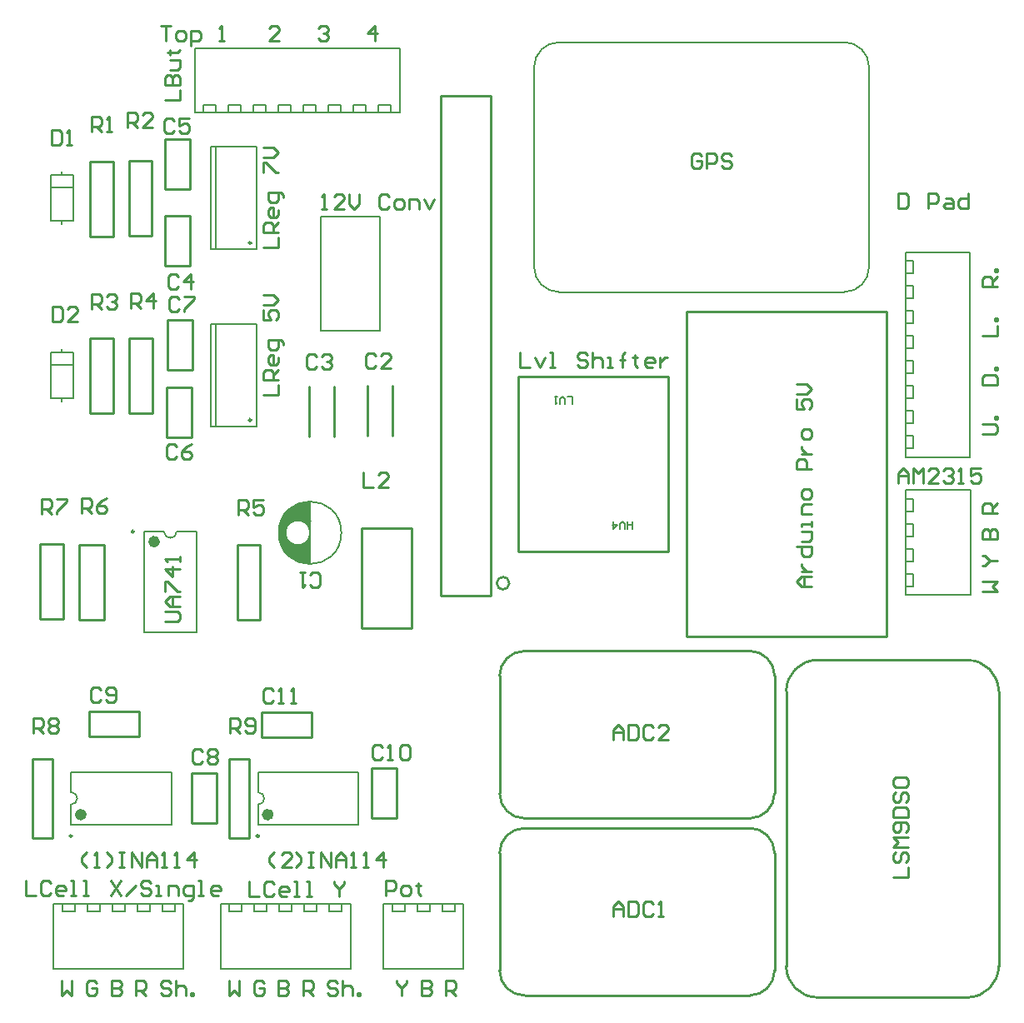
<source format=gto>
G04 Layer_Color=15132400*
%FSLAX44Y44*%
%MOMM*%
G71*
G01*
G75*
%ADD10C,0.2540*%
%ADD37C,0.1524*%
%ADD38C,0.2500*%
%ADD39C,0.2000*%
%ADD40C,0.6350*%
%ADD41C,0.6000*%
%ADD42C,0.1270*%
%ADD43C,0.1600*%
G36*
X552000Y700790D02*
X540570D01*
X530410Y710950D01*
Y714760D01*
X541840D01*
X552000Y724920D01*
Y700790D01*
D02*
G37*
G36*
Y734226D02*
X544380Y741846D01*
Y742700D01*
X541840D01*
X539300Y745240D01*
X530410D01*
Y747780D01*
X540570Y757940D01*
X550730D01*
X552000Y759210D01*
Y734226D01*
D02*
G37*
D10*
X754450Y678700D02*
G03*
X754450Y678700I-6350J0D01*
G01*
X744600Y285080D02*
G03*
X770000Y259680I25400J0D01*
G01*
Y429860D02*
G03*
X744600Y404460I0J-25400D01*
G01*
X1024000D02*
G03*
X998600Y429860I-25400J0D01*
G01*
Y259680D02*
G03*
X1024000Y285080I0J25400D01*
G01*
X744600Y465080D02*
G03*
X770000Y439680I25400J0D01*
G01*
Y609860D02*
G03*
X744600Y584460I0J-25400D01*
G01*
X1024000D02*
G03*
X998600Y609860I-25400J0D01*
G01*
Y439680D02*
G03*
X1024000Y465080I0J25400D01*
G01*
X1251750Y568900D02*
G03*
X1220000Y600650I-31750J0D01*
G01*
X1220000Y257750D02*
G03*
X1251750Y289500I0J31750D01*
G01*
X1035850Y289500D02*
G03*
X1067600Y257750I31750J0D01*
G01*
X1067600Y600650D02*
G03*
X1035850Y568900I0J-31750D01*
G01*
X502900Y522300D02*
X553700D01*
X502900D02*
Y547700D01*
X553700D01*
Y522300D02*
Y547700D01*
X610300Y828600D02*
Y879400D01*
X635700Y828600D02*
Y879400D01*
X684600Y666000D02*
X735400D01*
X684600D02*
Y1174000D01*
X735400D01*
Y666000D02*
Y1174000D01*
X270002Y499998D02*
X290002D01*
X270002D02*
X290002D01*
X270002Y419998D02*
Y499998D01*
X290002Y419998D02*
Y499998D01*
X270002Y419998D02*
X290002D01*
X328570Y1031100D02*
Y1107300D01*
X352003D01*
Y1031100D02*
Y1107300D01*
X328570Y1031100D02*
X352003D01*
X391430Y1031900D02*
Y1108100D01*
X367997Y1031900D02*
X391430D01*
X367997D02*
Y1108100D01*
X391430D01*
X328570Y851100D02*
Y927300D01*
X352003D01*
Y851100D02*
Y927300D01*
X328570Y851100D02*
X352003D01*
X368570Y851900D02*
X392003D01*
Y928100D01*
X368570D02*
X392003D01*
X368570Y851900D02*
Y928100D01*
X501430Y641900D02*
Y718100D01*
X477997Y641900D02*
X501430D01*
X477997D02*
Y718100D01*
X501430D01*
X470002Y499998D02*
X490002D01*
X470002D02*
X490002D01*
X470002Y419998D02*
Y499998D01*
X490002Y419998D02*
Y499998D01*
X470002Y419998D02*
X490002D01*
X301430Y642700D02*
Y718900D01*
X277997Y642700D02*
X301430D01*
X277997D02*
Y718900D01*
X301430D01*
X763800Y711100D02*
X916200D01*
Y888900D01*
X763800Y711100D02*
Y888900D01*
X916200D01*
X655400Y633000D02*
Y734600D01*
X604600D02*
X655400D01*
X604600Y633000D02*
Y734600D01*
Y633000D02*
X655400D01*
X407300Y895300D02*
X432700D01*
Y946100D01*
X407300D02*
X432700D01*
X407300Y895300D02*
Y946100D01*
X431300Y435300D02*
X456700D01*
Y486100D01*
X431300D02*
X456700D01*
X431300Y435300D02*
Y486100D01*
X378700Y523300D02*
Y548700D01*
X327900D02*
X378700D01*
X327900Y523300D02*
Y548700D01*
Y523300D02*
X378700D01*
X614300Y490700D02*
X639700D01*
X614300Y439900D02*
Y490700D01*
Y439900D02*
X639700D01*
Y490700D01*
X404300Y1079300D02*
X429700D01*
Y1130100D01*
X404300D02*
X429700D01*
X404300Y1079300D02*
Y1130100D01*
X406300Y827300D02*
X431700D01*
Y878100D01*
X406300D02*
X431700D01*
X406300Y827300D02*
Y878100D01*
X317300Y641100D02*
X342700D01*
X317300D02*
Y717300D01*
X342700D01*
Y641100D02*
Y717300D01*
X934600Y624600D02*
X1137800D01*
X934600D02*
Y954800D01*
X1137800D01*
Y624600D02*
Y954800D01*
X744600Y285080D02*
Y404460D01*
X770000Y429860D02*
X998600D01*
X1024000Y285080D02*
Y404460D01*
X770000Y259680D02*
X998600D01*
X744600Y465080D02*
Y584460D01*
X770000Y609860D02*
X998600D01*
X1024000Y465080D02*
Y584460D01*
X770000Y439680D02*
X998600D01*
X1035850Y289500D02*
Y568900D01*
X1067600Y600650D02*
X1220000D01*
X1067600Y257750D02*
X1220000D01*
X1251750Y289500D02*
Y568900D01*
X551300Y827600D02*
Y878400D01*
X576700Y827600D02*
Y878400D01*
X404300Y1001300D02*
X429700D01*
Y1052100D01*
X404300D02*
X429700D01*
X404300Y1001300D02*
Y1052100D01*
X559017Y908812D02*
X556478Y911351D01*
X551399D01*
X548860Y908812D01*
Y898655D01*
X551399Y896116D01*
X556478D01*
X559017Y898655D01*
X564095Y908812D02*
X566634Y911351D01*
X571713D01*
X574252Y908812D01*
Y906273D01*
X571713Y903734D01*
X569173D01*
X571713D01*
X574252Y901194D01*
Y898655D01*
X571713Y896116D01*
X566634D01*
X564095Y898655D01*
X564000Y1059000D02*
X569078D01*
X566539D01*
Y1074235D01*
X564000Y1071696D01*
X586853Y1059000D02*
X576696D01*
X586853Y1069157D01*
Y1071696D01*
X584313Y1074235D01*
X579235D01*
X576696Y1071696D01*
X591931Y1074235D02*
Y1064078D01*
X597009Y1059000D01*
X602088Y1064078D01*
Y1074235D01*
X632558Y1071696D02*
X630019Y1074235D01*
X624940D01*
X622401Y1071696D01*
Y1061539D01*
X624940Y1059000D01*
X630019D01*
X632558Y1061539D01*
X640175Y1059000D02*
X645254D01*
X647793Y1061539D01*
Y1066618D01*
X645254Y1069157D01*
X640175D01*
X637636Y1066618D01*
Y1061539D01*
X640175Y1059000D01*
X652871D02*
Y1069157D01*
X660489D01*
X663028Y1066618D01*
Y1059000D01*
X668106Y1069157D02*
X673185Y1059000D01*
X678263Y1069157D01*
X514409Y569258D02*
X511870Y571797D01*
X506791D01*
X504252Y569258D01*
Y559101D01*
X506791Y556562D01*
X511870D01*
X514409Y559101D01*
X519487Y556562D02*
X524565D01*
X522026D01*
Y571797D01*
X519487Y569258D01*
X532183Y556562D02*
X537261D01*
X534722D01*
Y571797D01*
X532183Y569258D01*
X628650Y361188D02*
Y376423D01*
X636268D01*
X638807Y373884D01*
Y368806D01*
X636268Y366266D01*
X628650D01*
X646424Y361188D02*
X651503D01*
X654042Y363727D01*
Y368806D01*
X651503Y371345D01*
X646424D01*
X643885Y368806D01*
Y363727D01*
X646424Y361188D01*
X661659Y373884D02*
Y371345D01*
X659120D01*
X664199D01*
X661659D01*
Y363727D01*
X664199Y361188D01*
X950157Y1112696D02*
X947617Y1115235D01*
X942539D01*
X940000Y1112696D01*
Y1102539D01*
X942539Y1100000D01*
X947617D01*
X950157Y1102539D01*
Y1107617D01*
X945078D01*
X955235Y1100000D02*
Y1115235D01*
X962853D01*
X965392Y1112696D01*
Y1107617D01*
X962853Y1105078D01*
X955235D01*
X980627Y1112696D02*
X978088Y1115235D01*
X973009D01*
X970470Y1112696D01*
Y1110157D01*
X973009Y1107617D01*
X978088D01*
X980627Y1105078D01*
Y1102539D01*
X978088Y1100000D01*
X973009D01*
X970470Y1102539D01*
X325078Y390000D02*
X320000Y395078D01*
Y400157D01*
X325078Y405235D01*
X332696Y390000D02*
X337774D01*
X335235D01*
Y405235D01*
X332696Y402696D01*
X345392Y390000D02*
X350470Y395078D01*
Y400157D01*
X345392Y405235D01*
X358088D02*
X363166D01*
X360627D01*
Y390000D01*
X358088D01*
X363166D01*
X370784D02*
Y405235D01*
X380940Y390000D01*
Y405235D01*
X386019Y390000D02*
Y400157D01*
X391097Y405235D01*
X396175Y400157D01*
Y390000D01*
Y397617D01*
X386019D01*
X401254Y390000D02*
X406332D01*
X403793D01*
Y405235D01*
X401254Y402696D01*
X413950Y390000D02*
X419028D01*
X416489D01*
Y405235D01*
X413950Y402696D01*
X434263Y390000D02*
Y405235D01*
X426646Y397617D01*
X436802D01*
X515078Y390000D02*
X510000Y395078D01*
Y400157D01*
X515078Y405235D01*
X532853Y390000D02*
X522696D01*
X532853Y400157D01*
Y402696D01*
X530313Y405235D01*
X525235D01*
X522696Y402696D01*
X537931Y390000D02*
X543009Y395078D01*
Y400157D01*
X537931Y405235D01*
X550627D02*
X555705D01*
X553166D01*
Y390000D01*
X550627D01*
X555705D01*
X563323D02*
Y405235D01*
X573479Y390000D01*
Y405235D01*
X578558Y390000D02*
Y400157D01*
X583636Y405235D01*
X588714Y400157D01*
Y390000D01*
Y397617D01*
X578558D01*
X593793Y390000D02*
X598871D01*
X596332D01*
Y405235D01*
X593793Y402696D01*
X606489Y390000D02*
X611567D01*
X609028D01*
Y405235D01*
X606489Y402696D01*
X626802Y390000D02*
Y405235D01*
X619185Y397617D01*
X629341D01*
X404765Y640000D02*
X417461D01*
X420000Y642539D01*
Y647617D01*
X417461Y650157D01*
X404765D01*
X420000Y655235D02*
X409843D01*
X404765Y660313D01*
X409843Y665392D01*
X420000D01*
X412383D01*
Y655235D01*
X404765Y670470D02*
Y680627D01*
X407304D01*
X417461Y670470D01*
X420000D01*
Y693323D02*
X404765D01*
X412383Y685705D01*
Y695862D01*
X420000Y700940D02*
Y706019D01*
Y703480D01*
X404765D01*
X407304Y700940D01*
X270510Y526212D02*
Y541447D01*
X278127D01*
X280667Y538908D01*
Y533829D01*
X278127Y531290D01*
X270510D01*
X275588D02*
X280667Y526212D01*
X285745Y538908D02*
X288284Y541447D01*
X293363D01*
X295902Y538908D01*
Y536369D01*
X293363Y533829D01*
X295902Y531290D01*
Y528751D01*
X293363Y526212D01*
X288284D01*
X285745Y528751D01*
Y531290D01*
X288284Y533829D01*
X285745Y536369D01*
Y538908D01*
X288284Y533829D02*
X293363D01*
X470662Y526212D02*
Y541447D01*
X478279D01*
X480819Y538908D01*
Y533829D01*
X478279Y531290D01*
X470662D01*
X475740D02*
X480819Y526212D01*
X485897Y528751D02*
X488436Y526212D01*
X493515D01*
X496054Y528751D01*
Y538908D01*
X493515Y541447D01*
X488436D01*
X485897Y538908D01*
Y536369D01*
X488436Y533829D01*
X496054D01*
X320000Y750000D02*
Y765235D01*
X327617D01*
X330157Y762696D01*
Y757617D01*
X327617Y755078D01*
X320000D01*
X325078D02*
X330157Y750000D01*
X345392Y765235D02*
X340313Y762696D01*
X335235Y757617D01*
Y752539D01*
X337774Y750000D01*
X342853D01*
X345392Y752539D01*
Y755078D01*
X342853Y757617D01*
X335235D01*
X479308Y748014D02*
Y763249D01*
X486926D01*
X489465Y760710D01*
Y755632D01*
X486926Y753092D01*
X479308D01*
X484386D02*
X489465Y748014D01*
X504700Y763249D02*
X494543D01*
Y755632D01*
X499622Y758171D01*
X502161D01*
X504700Y755632D01*
Y750553D01*
X502161Y748014D01*
X497082D01*
X494543Y750553D01*
X369768Y957918D02*
Y973153D01*
X377385D01*
X379925Y970614D01*
Y965536D01*
X377385Y962996D01*
X369768D01*
X374846D02*
X379925Y957918D01*
X392621D02*
Y973153D01*
X385003Y965536D01*
X395160D01*
X366776Y1141730D02*
Y1156965D01*
X374394D01*
X376933Y1154426D01*
Y1149348D01*
X374394Y1146808D01*
X366776D01*
X371854D02*
X376933Y1141730D01*
X392168D02*
X382011D01*
X392168Y1151887D01*
Y1154426D01*
X389629Y1156965D01*
X384550D01*
X382011Y1154426D01*
X329796Y957108D02*
Y972343D01*
X337413D01*
X339953Y969804D01*
Y964725D01*
X337413Y962186D01*
X329796D01*
X334874D02*
X339953Y957108D01*
X345031Y969804D02*
X347570Y972343D01*
X352649D01*
X355188Y969804D01*
Y967265D01*
X352649Y964725D01*
X350109D01*
X352649D01*
X355188Y962186D01*
Y959647D01*
X352649Y957108D01*
X347570D01*
X345031Y959647D01*
X279182Y748832D02*
Y764067D01*
X286800D01*
X289339Y761528D01*
Y756450D01*
X286800Y753910D01*
X279182D01*
X284260D02*
X289339Y748832D01*
X294417Y764067D02*
X304574D01*
Y761528D01*
X294417Y751371D01*
Y748832D01*
X329946Y1137252D02*
Y1152487D01*
X337564D01*
X340103Y1149948D01*
Y1144870D01*
X337564Y1142330D01*
X329946D01*
X335024D02*
X340103Y1137252D01*
X345181D02*
X350259D01*
X347720D01*
Y1152487D01*
X345181Y1149948D01*
X764972Y913113D02*
Y897878D01*
X775129D01*
X780207Y908035D02*
X785285Y897878D01*
X790364Y908035D01*
X795442Y897878D02*
X800520D01*
X797981D01*
Y913113D01*
X795442D01*
X833530Y910574D02*
X830991Y913113D01*
X825912D01*
X823373Y910574D01*
Y908035D01*
X825912Y905496D01*
X830991D01*
X833530Y902956D01*
Y900417D01*
X830991Y897878D01*
X825912D01*
X823373Y900417D01*
X838608Y913113D02*
Y897878D01*
Y905496D01*
X841147Y908035D01*
X846226D01*
X848765Y905496D01*
Y897878D01*
X853843D02*
X858922D01*
X856382D01*
Y908035D01*
X853843D01*
X869078Y897878D02*
Y910574D01*
Y905496D01*
X866539D01*
X871618D01*
X869078D01*
Y910574D01*
X871618Y913113D01*
X881774Y910574D02*
Y908035D01*
X879235D01*
X884313D01*
X881774D01*
Y900417D01*
X884313Y897878D01*
X899548D02*
X894470D01*
X891931Y900417D01*
Y905496D01*
X894470Y908035D01*
X899548D01*
X902088Y905496D01*
Y902956D01*
X891931D01*
X907166Y908035D02*
Y897878D01*
Y902956D01*
X909705Y905496D01*
X912244Y908035D01*
X914783D01*
X490000Y375235D02*
Y360000D01*
X500157D01*
X515392Y372696D02*
X512853Y375235D01*
X507774D01*
X505235Y372696D01*
Y362539D01*
X507774Y360000D01*
X512853D01*
X515392Y362539D01*
X528088Y360000D02*
X523009D01*
X520470Y362539D01*
Y367617D01*
X523009Y370157D01*
X528088D01*
X530627Y367617D01*
Y365078D01*
X520470D01*
X535705Y360000D02*
X540784D01*
X538244D01*
Y375235D01*
X535705D01*
X548401Y360000D02*
X553479D01*
X550940D01*
Y375235D01*
X548401D01*
X576332D02*
Y372696D01*
X581410Y367617D01*
X586489Y372696D01*
Y375235D01*
X581410Y367617D02*
Y360000D01*
X263000Y376235D02*
Y361000D01*
X273157D01*
X288392Y373696D02*
X285853Y376235D01*
X280774D01*
X278235Y373696D01*
Y363539D01*
X280774Y361000D01*
X285853D01*
X288392Y363539D01*
X301088Y361000D02*
X296009D01*
X293470Y363539D01*
Y368618D01*
X296009Y371157D01*
X301088D01*
X303627Y368618D01*
Y366078D01*
X293470D01*
X308705Y361000D02*
X313784D01*
X311244D01*
Y376235D01*
X308705D01*
X321401Y361000D02*
X326479D01*
X323940D01*
Y376235D01*
X321401D01*
X349332D02*
X359489Y361000D01*
Y376235D02*
X349332Y361000D01*
X364567D02*
X374724Y371157D01*
X389959Y373696D02*
X387420Y376235D01*
X382341D01*
X379802Y373696D01*
Y371157D01*
X382341Y368618D01*
X387420D01*
X389959Y366078D01*
Y363539D01*
X387420Y361000D01*
X382341D01*
X379802Y363539D01*
X395037Y361000D02*
X400116D01*
X397576D01*
Y371157D01*
X395037D01*
X407733Y361000D02*
Y371157D01*
X415351D01*
X417890Y368618D01*
Y361000D01*
X428047Y355922D02*
X430586D01*
X433125Y358461D01*
Y371157D01*
X425507D01*
X422968Y368618D01*
Y363539D01*
X425507Y361000D01*
X433125D01*
X438203D02*
X443282D01*
X440742D01*
Y376235D01*
X438203D01*
X458517Y361000D02*
X453438D01*
X450899Y363539D01*
Y368618D01*
X453438Y371157D01*
X458517D01*
X461056Y368618D01*
Y366078D01*
X450899D01*
X504765Y1020000D02*
X520000D01*
Y1030157D01*
Y1035235D02*
X504765D01*
Y1042853D01*
X507304Y1045392D01*
X512383D01*
X514922Y1042853D01*
Y1035235D01*
Y1040313D02*
X520000Y1045392D01*
Y1058088D02*
Y1053009D01*
X517461Y1050470D01*
X512383D01*
X509843Y1053009D01*
Y1058088D01*
X512383Y1060627D01*
X514922D01*
Y1050470D01*
X525078Y1070784D02*
Y1073323D01*
X522539Y1075862D01*
X509843D01*
Y1068244D01*
X512383Y1065705D01*
X517461D01*
X520000Y1068244D01*
Y1075862D01*
X504765Y1096175D02*
Y1106332D01*
X507304D01*
X517461Y1096175D01*
X520000D01*
X504765Y1111410D02*
X514922D01*
X520000Y1116489D01*
X514922Y1121567D01*
X504765D01*
Y870000D02*
X520000D01*
Y880157D01*
Y885235D02*
X504765D01*
Y892853D01*
X507304Y895392D01*
X512383D01*
X514922Y892853D01*
Y885235D01*
Y890313D02*
X520000Y895392D01*
Y908088D02*
Y903009D01*
X517461Y900470D01*
X512383D01*
X509843Y903009D01*
Y908088D01*
X512383Y910627D01*
X514922D01*
Y900470D01*
X525078Y920784D02*
Y923323D01*
X522539Y925862D01*
X509843D01*
Y918244D01*
X512383Y915705D01*
X517461D01*
X520000Y918244D01*
Y925862D01*
X504765Y956332D02*
Y946175D01*
X512383D01*
X509843Y951254D01*
Y953793D01*
X512383Y956332D01*
X517461D01*
X520000Y953793D01*
Y948715D01*
X517461Y946175D01*
X504765Y961410D02*
X514922D01*
X520000Y966489D01*
X514922Y971567D01*
X504765D01*
X404765Y1170000D02*
X420000D01*
Y1180157D01*
X404765Y1185235D02*
X420000D01*
Y1192853D01*
X417461Y1195392D01*
X414922D01*
X412383Y1192853D01*
Y1185235D01*
Y1192853D01*
X409843Y1195392D01*
X407304D01*
X404765Y1192853D01*
Y1185235D01*
X409843Y1200470D02*
X417461D01*
X420000Y1203009D01*
Y1210627D01*
X409843D01*
X407304Y1218244D02*
X409843D01*
Y1215705D01*
Y1220784D01*
Y1218244D01*
X417461D01*
X420000Y1220784D01*
X1150000Y1075235D02*
Y1060000D01*
X1157617D01*
X1160157Y1062539D01*
Y1072696D01*
X1157617Y1075235D01*
X1150000D01*
X1180470Y1060000D02*
Y1075235D01*
X1188088D01*
X1190627Y1072696D01*
Y1067617D01*
X1188088Y1065078D01*
X1180470D01*
X1198244Y1070157D02*
X1203323D01*
X1205862Y1067617D01*
Y1060000D01*
X1198244D01*
X1195705Y1062539D01*
X1198244Y1065078D01*
X1205862D01*
X1221097Y1075235D02*
Y1060000D01*
X1213480D01*
X1210940Y1062539D01*
Y1067617D01*
X1213480Y1070157D01*
X1221097D01*
X289814Y1139609D02*
Y1124374D01*
X297432D01*
X299971Y1126913D01*
Y1137070D01*
X297432Y1139609D01*
X289814D01*
X305049Y1124374D02*
X310127D01*
X307588D01*
Y1139609D01*
X305049Y1137070D01*
X289900Y959785D02*
Y944550D01*
X297518D01*
X300057Y947089D01*
Y957246D01*
X297518Y959785D01*
X289900D01*
X315292Y944550D02*
X305135D01*
X315292Y954707D01*
Y957246D01*
X312753Y959785D01*
X307674D01*
X305135Y957246D01*
X418635Y967586D02*
X416096Y970125D01*
X411017D01*
X408478Y967586D01*
Y957429D01*
X411017Y954890D01*
X416096D01*
X418635Y957429D01*
X423713Y970125D02*
X433870D01*
Y967586D01*
X423713Y957429D01*
Y954890D01*
X442661Y507722D02*
X440121Y510261D01*
X435043D01*
X432504Y507722D01*
Y497565D01*
X435043Y495026D01*
X440121D01*
X442661Y497565D01*
X447739Y507722D02*
X450278Y510261D01*
X455357D01*
X457896Y507722D01*
Y505183D01*
X455357Y502644D01*
X457896Y500104D01*
Y497565D01*
X455357Y495026D01*
X450278D01*
X447739Y497565D01*
Y500104D01*
X450278Y502644D01*
X447739Y505183D01*
Y507722D01*
X450278Y502644D02*
X455357D01*
X339275Y570354D02*
X336735Y572893D01*
X331657D01*
X329118Y570354D01*
Y560197D01*
X331657Y557658D01*
X336735D01*
X339275Y560197D01*
X344353D02*
X346892Y557658D01*
X351971D01*
X354510Y560197D01*
Y570354D01*
X351971Y572893D01*
X346892D01*
X344353Y570354D01*
Y567815D01*
X346892Y565275D01*
X354510D01*
X625853Y512330D02*
X623313Y514869D01*
X618235D01*
X615696Y512330D01*
Y502173D01*
X618235Y499634D01*
X623313D01*
X625853Y502173D01*
X630931Y499634D02*
X636009D01*
X633470D01*
Y514869D01*
X630931Y512330D01*
X643627D02*
X646166Y514869D01*
X651245D01*
X653784Y512330D01*
Y502173D01*
X651245Y499634D01*
X646166D01*
X643627Y502173D01*
Y512330D01*
X414157Y1148696D02*
X411618Y1151235D01*
X406539D01*
X404000Y1148696D01*
Y1138539D01*
X406539Y1136000D01*
X411618D01*
X414157Y1138539D01*
X429392Y1151235D02*
X419235D01*
Y1143617D01*
X424313Y1146157D01*
X426853D01*
X429392Y1143617D01*
Y1138539D01*
X426853Y1136000D01*
X421774D01*
X419235Y1138539D01*
X416157Y817696D02*
X413618Y820235D01*
X408539D01*
X406000Y817696D01*
Y807539D01*
X408539Y805000D01*
X413618D01*
X416157Y807539D01*
X431392Y820235D02*
X426313Y817696D01*
X421235Y812617D01*
Y807539D01*
X423774Y805000D01*
X428853D01*
X431392Y807539D01*
Y810078D01*
X428853Y812617D01*
X421235D01*
X619157Y909696D02*
X616618Y912235D01*
X611539D01*
X609000Y909696D01*
Y899539D01*
X611539Y897000D01*
X616618D01*
X619157Y899539D01*
X634392Y897000D02*
X624235D01*
X634392Y907157D01*
Y909696D01*
X631853Y912235D01*
X626774D01*
X624235Y909696D01*
X551843Y677304D02*
X554383Y674765D01*
X559461D01*
X562000Y677304D01*
Y687461D01*
X559461Y690000D01*
X554383D01*
X551843Y687461D01*
X546765Y690000D02*
X541687D01*
X544226D01*
Y674765D01*
X546765Y677304D01*
X1150000Y780000D02*
Y790157D01*
X1155078Y795235D01*
X1160157Y790157D01*
Y780000D01*
Y787617D01*
X1150000D01*
X1165235Y780000D02*
Y795235D01*
X1170313Y790157D01*
X1175392Y795235D01*
Y780000D01*
X1190627D02*
X1180470D01*
X1190627Y790157D01*
Y792696D01*
X1188088Y795235D01*
X1183009D01*
X1180470Y792696D01*
X1195705D02*
X1198244Y795235D01*
X1203323D01*
X1205862Y792696D01*
Y790157D01*
X1203323Y787617D01*
X1200784D01*
X1203323D01*
X1205862Y785078D01*
Y782539D01*
X1203323Y780000D01*
X1198244D01*
X1195705Y782539D01*
X1210940Y780000D02*
X1216019D01*
X1213480D01*
Y795235D01*
X1210940Y792696D01*
X1233793Y795235D02*
X1223636D01*
Y787617D01*
X1228715Y790157D01*
X1231254D01*
X1233793Y787617D01*
Y782539D01*
X1231254Y780000D01*
X1226175D01*
X1223636Y782539D01*
X860000Y340000D02*
Y350157D01*
X865078Y355235D01*
X870157Y350157D01*
Y340000D01*
Y347617D01*
X860000D01*
X875235Y355235D02*
Y340000D01*
X882853D01*
X885392Y342539D01*
Y352696D01*
X882853Y355235D01*
X875235D01*
X900627Y352696D02*
X898088Y355235D01*
X893009D01*
X890470Y352696D01*
Y342539D01*
X893009Y340000D01*
X898088D01*
X900627Y342539D01*
X905705Y340000D02*
X910784D01*
X908244D01*
Y355235D01*
X905705Y352696D01*
X605780Y791477D02*
Y776242D01*
X615937D01*
X631172D02*
X621015D01*
X631172Y786399D01*
Y788938D01*
X628633Y791477D01*
X623554D01*
X621015Y788938D01*
X418157Y990696D02*
X415617Y993235D01*
X410539D01*
X408000Y990696D01*
Y980539D01*
X410539Y978000D01*
X415617D01*
X418157Y980539D01*
X430853Y978000D02*
Y993235D01*
X423235Y985618D01*
X433392D01*
X860000Y520000D02*
Y530157D01*
X865078Y535235D01*
X870157Y530157D01*
Y520000D01*
Y527617D01*
X860000D01*
X875235Y535235D02*
Y520000D01*
X882853D01*
X885392Y522539D01*
Y532696D01*
X882853Y535235D01*
X875235D01*
X900627Y532696D02*
X898088Y535235D01*
X893009D01*
X890470Y532696D01*
Y522539D01*
X893009Y520000D01*
X898088D01*
X900627Y522539D01*
X915862Y520000D02*
X905705D01*
X915862Y530157D01*
Y532696D01*
X913323Y535235D01*
X908244D01*
X905705Y532696D01*
X1144765Y380000D02*
X1160000D01*
Y390157D01*
X1147304Y405392D02*
X1144765Y402853D01*
Y397774D01*
X1147304Y395235D01*
X1149843D01*
X1152383Y397774D01*
Y402853D01*
X1154922Y405392D01*
X1157461D01*
X1160000Y402853D01*
Y397774D01*
X1157461Y395235D01*
X1160000Y410470D02*
X1144765D01*
X1149843Y415549D01*
X1144765Y420627D01*
X1160000D01*
X1157461Y425705D02*
X1160000Y428244D01*
Y433323D01*
X1157461Y435862D01*
X1147304D01*
X1144765Y433323D01*
Y428244D01*
X1147304Y425705D01*
X1149843D01*
X1152383Y428244D01*
Y435862D01*
X1144765Y440940D02*
X1160000D01*
Y448558D01*
X1157461Y451097D01*
X1147304D01*
X1144765Y448558D01*
Y440940D01*
X1147304Y466332D02*
X1144765Y463793D01*
Y458715D01*
X1147304Y456175D01*
X1149843D01*
X1152383Y458715D01*
Y463793D01*
X1154922Y466332D01*
X1157461D01*
X1160000Y463793D01*
Y458715D01*
X1157461Y456175D01*
X1147304Y471410D02*
X1144765Y473950D01*
Y479028D01*
X1147304Y481567D01*
X1157461D01*
X1160000Y479028D01*
Y473950D01*
X1157461Y471410D01*
X1147304D01*
X1061600Y675400D02*
X1051443D01*
X1046365Y680478D01*
X1051443Y685557D01*
X1061600D01*
X1053982D01*
Y675400D01*
X1051443Y690635D02*
X1061600D01*
X1056522D01*
X1053982Y693174D01*
X1051443Y695713D01*
Y698253D01*
X1046365Y716027D02*
X1061600D01*
Y708409D01*
X1059061Y705870D01*
X1053982D01*
X1051443Y708409D01*
Y716027D01*
Y721105D02*
X1059061D01*
X1061600Y723644D01*
Y731262D01*
X1051443D01*
X1061600Y736340D02*
Y741419D01*
Y738879D01*
X1051443D01*
Y736340D01*
X1061600Y749036D02*
X1051443D01*
Y756654D01*
X1053982Y759193D01*
X1061600D01*
Y766810D02*
Y771889D01*
X1059061Y774428D01*
X1053982D01*
X1051443Y771889D01*
Y766810D01*
X1053982Y764271D01*
X1059061D01*
X1061600Y766810D01*
Y794741D02*
X1046365D01*
Y802359D01*
X1048904Y804898D01*
X1053982D01*
X1056522Y802359D01*
Y794741D01*
X1051443Y809977D02*
X1061600D01*
X1056522D01*
X1053982Y812516D01*
X1051443Y815055D01*
Y817594D01*
X1061600Y827751D02*
Y832829D01*
X1059061Y835368D01*
X1053982D01*
X1051443Y832829D01*
Y827751D01*
X1053982Y825211D01*
X1059061D01*
X1061600Y827751D01*
X1046365Y865838D02*
Y855682D01*
X1053982D01*
X1051443Y860760D01*
Y863299D01*
X1053982Y865838D01*
X1059061D01*
X1061600Y863299D01*
Y858221D01*
X1059061Y855682D01*
X1046365Y870917D02*
X1056522D01*
X1061600Y875995D01*
X1056522Y881074D01*
X1046365D01*
X410157Y272696D02*
X407617Y275235D01*
X402539D01*
X400000Y272696D01*
Y270157D01*
X402539Y267617D01*
X407617D01*
X410157Y265078D01*
Y262539D01*
X407617Y260000D01*
X402539D01*
X400000Y262539D01*
X415235Y275235D02*
Y260000D01*
Y267617D01*
X417774Y270157D01*
X422853D01*
X425392Y267617D01*
Y260000D01*
X430470D02*
Y262539D01*
X433009D01*
Y260000D01*
X430470D01*
X375000D02*
Y275235D01*
X382617D01*
X385157Y272696D01*
Y267617D01*
X382617Y265078D01*
X375000D01*
X380078D02*
X385157Y260000D01*
X350000Y275235D02*
Y260000D01*
X357617D01*
X360157Y262539D01*
Y265078D01*
X357617Y267617D01*
X350000D01*
X357617D01*
X360157Y270157D01*
Y272696D01*
X357617Y275235D01*
X350000D01*
X335157Y272696D02*
X332617Y275235D01*
X327539D01*
X325000Y272696D01*
Y262539D01*
X327539Y260000D01*
X332617D01*
X335157Y262539D01*
Y267617D01*
X330078D01*
X300000Y275235D02*
Y260000D01*
X305078Y265078D01*
X310157Y260000D01*
Y275235D01*
X470000D02*
Y260000D01*
X475078Y265078D01*
X480157Y260000D01*
Y275235D01*
X505157Y272696D02*
X502617Y275235D01*
X497539D01*
X495000Y272696D01*
Y262539D01*
X497539Y260000D01*
X502617D01*
X505157Y262539D01*
Y267617D01*
X500078D01*
X520000Y275235D02*
Y260000D01*
X527617D01*
X530157Y262539D01*
Y265078D01*
X527617Y267617D01*
X520000D01*
X527617D01*
X530157Y270157D01*
Y272696D01*
X527617Y275235D01*
X520000D01*
X545000Y260000D02*
Y275235D01*
X552617D01*
X555157Y272696D01*
Y267617D01*
X552617Y265078D01*
X545000D01*
X550078D02*
X555157Y260000D01*
X580157Y272696D02*
X577617Y275235D01*
X572539D01*
X570000Y272696D01*
Y270157D01*
X572539Y267617D01*
X577617D01*
X580157Y265078D01*
Y262539D01*
X577617Y260000D01*
X572539D01*
X570000Y262539D01*
X585235Y275235D02*
Y260000D01*
Y267617D01*
X587774Y270157D01*
X592853D01*
X595392Y267617D01*
Y260000D01*
X600470D02*
Y262539D01*
X603009D01*
Y260000D01*
X600470D01*
X690000D02*
Y275235D01*
X697617D01*
X700157Y272696D01*
Y267617D01*
X697617Y265078D01*
X690000D01*
X695078D02*
X700157Y260000D01*
X640000Y275235D02*
Y272696D01*
X645078Y267617D01*
X650157Y272696D01*
Y275235D01*
X645078Y267617D02*
Y260000D01*
X665000Y275235D02*
Y260000D01*
X672617D01*
X675157Y262539D01*
Y265078D01*
X672617Y267617D01*
X665000D01*
X672617D01*
X675157Y270157D01*
Y272696D01*
X672617Y275235D01*
X665000D01*
X1250000Y750000D02*
X1234765D01*
Y757617D01*
X1237304Y760157D01*
X1242383D01*
X1244922Y757617D01*
Y750000D01*
Y755078D02*
X1250000Y760157D01*
X1234765Y723333D02*
X1250000D01*
Y730951D01*
X1247461Y733490D01*
X1244922D01*
X1242383Y730951D01*
Y723333D01*
Y730951D01*
X1239843Y733490D01*
X1237304D01*
X1234765Y730951D01*
Y723333D01*
Y696667D02*
X1237304D01*
X1242383Y701745D01*
X1237304Y706823D01*
X1234765D01*
X1242383Y701745D02*
X1250000D01*
X1234765Y670000D02*
X1250000D01*
X1244922Y675078D01*
X1250000Y680157D01*
X1234765D01*
Y830000D02*
X1247461D01*
X1250000Y832539D01*
Y837617D01*
X1247461Y840157D01*
X1234765D01*
X1250000Y845235D02*
X1247461D01*
Y847774D01*
X1250000D01*
Y845235D01*
X1234765Y880000D02*
X1250000D01*
Y887617D01*
X1247461Y890157D01*
X1237304D01*
X1234765Y887617D01*
Y880000D01*
X1250000Y895235D02*
X1247461D01*
Y897774D01*
X1250000D01*
Y895235D01*
X1234765Y930000D02*
X1250000D01*
Y940157D01*
Y945235D02*
X1247461D01*
Y947774D01*
X1250000D01*
Y945235D01*
Y980000D02*
X1234765D01*
Y987617D01*
X1237304Y990157D01*
X1242383D01*
X1244922Y987617D01*
Y980000D01*
Y985078D02*
X1250000Y990157D01*
Y995235D02*
X1247461D01*
Y997774D01*
X1250000D01*
Y995235D01*
X460000Y1230000D02*
X465078D01*
X462539D01*
Y1245235D01*
X460000Y1242696D01*
X520157Y1230000D02*
X510000D01*
X520157Y1240157D01*
Y1242696D01*
X517617Y1245235D01*
X512539D01*
X510000Y1242696D01*
X560000D02*
X562539Y1245235D01*
X567617D01*
X570157Y1242696D01*
Y1240157D01*
X567617Y1237617D01*
X565078D01*
X567617D01*
X570157Y1235078D01*
Y1232539D01*
X567617Y1230000D01*
X562539D01*
X560000Y1232539D01*
X617617Y1230000D02*
Y1245235D01*
X610000Y1237617D01*
X620157D01*
X400000Y1245235D02*
X410157D01*
X405078D01*
Y1230000D01*
X417774D02*
X422853D01*
X425392Y1232539D01*
Y1237617D01*
X422853Y1240157D01*
X417774D01*
X415235Y1237617D01*
Y1232539D01*
X417774Y1230000D01*
X430470Y1224922D02*
Y1240157D01*
X438088D01*
X440627Y1237617D01*
Y1232539D01*
X438088Y1230000D01*
X430470D01*
D37*
X1094640Y974600D02*
G03*
X1120040Y1000000I0J25400D01*
G01*
Y1203200D02*
G03*
X1094640Y1228600I-25400J0D01*
G01*
X805080D02*
G03*
X779680Y1203200I0J-25400D01*
G01*
Y1000000D02*
G03*
X805080Y974600I25400J0D01*
G01*
Y1228600D02*
X1094640D01*
X779680Y1000000D02*
Y1203200D01*
X805080Y974600D02*
X1094640D01*
X1120040Y1000000D02*
Y1203200D01*
D38*
X492250Y1024500D02*
G03*
X492250Y1024500I-1250J0D01*
G01*
Y844500D02*
G03*
X492250Y844500I-1250J0D01*
G01*
X373150Y731100D02*
G03*
X373150Y731100I-1250J0D01*
G01*
X310150Y421900D02*
G03*
X310150Y421900I-1250J0D01*
G01*
X500150D02*
G03*
X500150Y421900I-1250J0D01*
G01*
D39*
X583750Y730000D02*
G03*
X583750Y730000I-31750J0D01*
G01*
X552000Y730001D02*
G03*
X552000Y730001I-12499J0D01*
G01*
X403650Y731000D02*
G03*
X416350Y731000I6350J0D01*
G01*
X309000Y453650D02*
G03*
X309000Y466350I0J6350D01*
G01*
X499000Y453650D02*
G03*
X499000Y466350I0J6350D01*
G01*
X288250Y1080550D02*
X311750D01*
X300000Y1093250D02*
Y1096670D01*
Y1043330D02*
Y1046750D01*
X288250D02*
X311750D01*
X288250D02*
Y1093250D01*
X311750D01*
Y1046750D02*
Y1093250D01*
X288250Y900550D02*
X311750D01*
X300000Y913250D02*
Y916670D01*
Y863330D02*
Y866750D01*
X288250D02*
X311750D01*
X288250D02*
Y913250D01*
X311750D01*
Y866750D02*
Y913250D01*
X451500Y1018000D02*
Y1122000D01*
X497500D01*
Y1018000D02*
Y1122000D01*
X451500Y1018000D02*
X497500D01*
X456500Y1018000D02*
Y1122000D01*
X451500Y838000D02*
Y942000D01*
X497500D01*
Y838000D02*
Y942000D01*
X451500Y838000D02*
X497500D01*
X456500Y838000D02*
Y942000D01*
X552000Y698250D02*
Y761750D01*
X383500Y629000D02*
Y731000D01*
X436500Y629000D02*
Y731000D01*
X383500D02*
X403650D01*
X416350D02*
X436500D01*
X383500Y629000D02*
X436500D01*
X309000Y433500D02*
X411000D01*
X309000Y486500D02*
X411000D01*
X309000Y433500D02*
Y453650D01*
Y466350D02*
Y486500D01*
X411000Y433500D02*
Y486500D01*
X499000Y433500D02*
X601000D01*
X499000Y486500D02*
X601000D01*
X499000Y433500D02*
Y453650D01*
Y466350D02*
Y486500D01*
X601000Y433500D02*
Y486500D01*
D40*
X549876Y741734D02*
G03*
X549790Y718192I-10375J-11733D01*
G01*
X525059Y721020D02*
G03*
X549308Y701730I26941J8980D01*
G01*
X549838Y758571D02*
G03*
X524001Y736087I2162J-28571D01*
G01*
D41*
X396500Y721000D02*
G03*
X396500Y721000I-3000J0D01*
G01*
X322000Y443500D02*
G03*
X322000Y443500I-3000J0D01*
G01*
X512000D02*
G03*
X512000Y443500I-3000J0D01*
G01*
D42*
X648250Y345400D02*
Y353020D01*
X635550Y345400D02*
X648250D01*
X635550D02*
Y353020D01*
X660950Y345400D02*
Y353020D01*
Y345400D02*
X673650D01*
Y353020D01*
X686350Y345400D02*
Y353020D01*
Y345400D02*
X699050D01*
Y353020D01*
X626660Y286980D02*
X708000D01*
X626660D02*
Y353020D01*
X708000D01*
Y286980D02*
Y353020D01*
X300150Y345400D02*
Y353020D01*
Y345400D02*
X312850D01*
Y353020D01*
X338250Y345400D02*
Y353020D01*
X325550Y345400D02*
X338250D01*
X325550D02*
Y353020D01*
X414450Y345400D02*
Y353020D01*
X401750Y345400D02*
X414450D01*
X401750D02*
Y353020D01*
X350950Y345400D02*
Y353020D01*
Y345400D02*
X363650D01*
Y353020D01*
X376350Y345400D02*
Y353020D01*
Y345400D02*
X389050D01*
Y353020D01*
X291260Y286980D02*
X423340D01*
X291260D02*
Y353020D01*
X423340D01*
Y286980D02*
Y353020D01*
X1156980Y688250D02*
X1164600D01*
Y675550D02*
Y688250D01*
X1156980Y675550D02*
X1164600D01*
X1156980Y764450D02*
X1164600D01*
Y751750D02*
Y764450D01*
X1156980Y751750D02*
X1164600D01*
X1156980Y700950D02*
X1164600D01*
Y713650D01*
X1156980D02*
X1164600D01*
X1156980Y726350D02*
X1164600D01*
Y739050D01*
X1156980D02*
X1164600D01*
X1223020Y666660D02*
Y773340D01*
X1156980Y666660D02*
X1223020D01*
X1156980D02*
Y773340D01*
X1223020D01*
X1157503Y815850D02*
X1164600D01*
Y828550D01*
X1157503D02*
X1164600D01*
X1157503Y841250D02*
X1164600D01*
Y853950D01*
X1157503D02*
X1164600D01*
X1157503Y866650D02*
X1164600D01*
Y879350D01*
X1157503D02*
X1164600D01*
X1157503Y892050D02*
X1164600D01*
Y904750D01*
X1157503D02*
X1164600D01*
X1157503Y917450D02*
X1164600D01*
Y930150D01*
X1157503D02*
X1164600D01*
X1157503Y942850D02*
X1164600D01*
Y955550D01*
X1157503D02*
X1164600D01*
X1157503Y968250D02*
X1164600D01*
Y980950D01*
X1157503D02*
X1164600D01*
X1157503Y993650D02*
X1164600D01*
Y1006350D01*
X1157503D02*
X1164600D01*
X1157503Y1014998D02*
X1222502D01*
X1157503Y806960D02*
Y1014998D01*
Y806960D02*
X1222502D01*
Y1014998D01*
X634150Y1157503D02*
Y1164600D01*
X621450D02*
X634150D01*
X621450Y1157503D02*
Y1164600D01*
X608750Y1157503D02*
Y1164600D01*
X596050D02*
X608750D01*
X596050Y1157503D02*
Y1164600D01*
X583350Y1157503D02*
Y1164600D01*
X570650D02*
X583350D01*
X570650Y1157503D02*
Y1164600D01*
X557950Y1157503D02*
Y1164600D01*
X545250D02*
X557950D01*
X545250Y1157503D02*
Y1164600D01*
X532550Y1157503D02*
Y1164600D01*
X519850D02*
X532550D01*
X519850Y1157503D02*
Y1164600D01*
X507150Y1157503D02*
Y1164600D01*
X494450D02*
X507150D01*
X494450Y1157503D02*
Y1164600D01*
X481750Y1157503D02*
Y1164600D01*
X469050D02*
X481750D01*
X469050Y1157503D02*
Y1164600D01*
X456350Y1157503D02*
Y1164600D01*
X443650D02*
X456350D01*
X443650Y1157503D02*
Y1164600D01*
X435002Y1157503D02*
Y1222502D01*
Y1157503D02*
X643040D01*
Y1222502D01*
X435002D02*
X643040D01*
X470150Y345400D02*
Y353020D01*
Y345400D02*
X482850D01*
Y353020D01*
X508250Y345400D02*
Y353020D01*
X495550Y345400D02*
X508250D01*
X495550D02*
Y353020D01*
X584450Y345400D02*
Y353020D01*
X571750Y345400D02*
X584450D01*
X571750D02*
Y353020D01*
X520950Y345400D02*
Y353020D01*
Y345400D02*
X533650D01*
Y353020D01*
X546350Y345400D02*
Y353020D01*
Y345400D02*
X559050D01*
Y353020D01*
X461260Y286980D02*
X593340D01*
X461260D02*
Y353020D01*
X593340D01*
Y286980D02*
Y353020D01*
X879370Y733962D02*
Y741580D01*
Y737771D01*
X874292D01*
Y733962D01*
Y741580D01*
X871752Y733962D02*
Y739041D01*
X869213Y741580D01*
X866674Y739041D01*
Y733962D01*
X860326Y741580D02*
Y733962D01*
X864135Y737771D01*
X859057D01*
X818410Y860963D02*
Y868580D01*
X813332D01*
X810792Y860963D02*
Y866041D01*
X808253Y868580D01*
X805714Y866041D01*
Y860963D01*
X803175Y868580D02*
X800636D01*
X801905D01*
Y860963D01*
X803175Y862232D01*
D43*
X563000Y1051000D02*
X623000D01*
X563000Y935000D02*
X623000D01*
X563000D02*
Y1051000D01*
X623000Y935000D02*
Y1051000D01*
M02*

</source>
